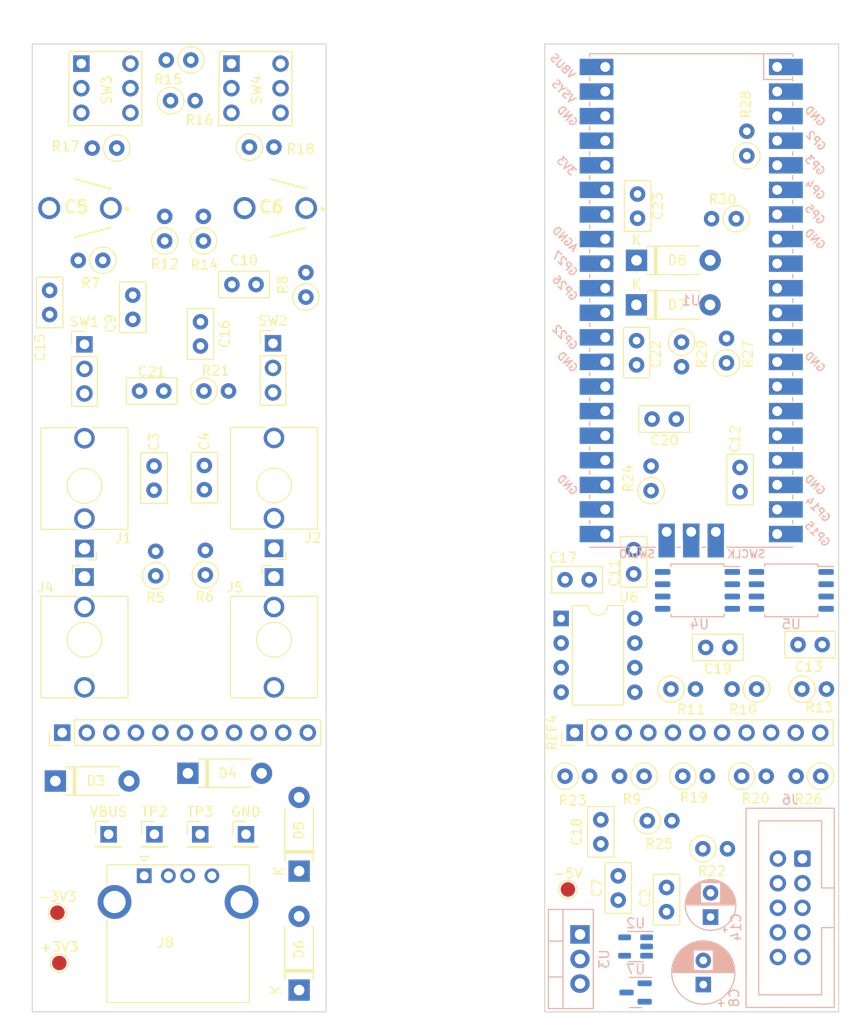
<source format=kicad_pcb>
(kicad_pcb (version 20211014) (generator pcbnew)
  (layers (0 "F.Cu" signal) (31 "B.Cu" signal) (34 "B.Paste" user) (35 "F.Paste" user) (36 "B.SilkS" user "B.Silkscreen") (37 "F.SilkS" user "F.Silkscreen") (38 "B.Mask" user) (39 "F.Mask" user) (44 "Edge.Cuts" user))
  (net 0 "")
  (net 1 "Net-(C3-Pad2)")
  (net 2 "Net-(C12-Pad1)")
  (net 3 "Net-(C4-Pad2)")
  (net 4 "Net-(C13-Pad1)")
  (net 5 "Net-(R15-Pad2)")
  (net 6 "GND")
  (net 7 "Net-(R17-Pad2)")
  (net 8 "GPIO2")
  (net 9 "Net-(R12-Pad2)")
  (net 10 "GPIO3")
  (net 11 "Net-(R16-Pad2)")
  (net 12 "Net-(R18-Pad2)")
  (net 13 "GPIO4")
  (net 14 "Net-(R14-Pad2)")
  (net 15 "GPIO5")
  (net 16 "-3V3")
  (net 17 "-5V")
  (net 18 "+3V3")
  (net 21 "SG_OUT")
  (net 22 "Net-(C20-Pad2)")
  (net 23 "Net-(C12-Pad2)")
  (net 24 "Net-(C13-Pad2)")
  (net 25 "Net-(R11-Pad1)")
  (net 26 "Net-(R13-Pad1)")
  (net 27 "Net-(C19-Pad2)")
  (net 28 "Net-(R25-Pad1)")
  (net 29 "Net-(R26-Pad1)")
  (net 30 "Net-(R27-Pad2)")
  (net 31 "Net-(R28-Pad2)")
  (net 32 "ADC0")
  (net 33 "ADC1")
  (net 34 "+12V")
  (net 35 "+5V")
  (net 38 "Net-(C17-Pad1)")
  (net 39 "Net-(C17-Pad2)")
  (net 66 "CH2")
  (net 67 "CH1")
  (net 71 "Net-(J8-Pad1)")
  (net 72 "Net-(J11-Pad1)")
  (net 73 "Net-(J10-Pad1)")
  (net 75 "Net-(J7-Pad1)")
  (footprint "Capacitor_THT:C_Disc_D5.0mm_W2.5mm_P2.50mm" (layer "F.Cu") (at 167.1 93.4 90)
    (fp_text reference "C22" (at 1.1 2 90) (layer "F.SilkS"))
    (fp_text value "200p")
    (pad "1" thru_hole circle (at 0 0 90) (size 1.6 1.6) (drill 0.8) (layers *.Cu *.Mask) (net 6 "GND"))
    (pad "2" thru_hole circle (at 2.5 0 90) (size 1.6 1.6) (drill 0.8) (layers *.Cu *.Mask) (net 32 "ADC0"))
  )
  (footprint "Resistor_THT:R_Axial_DIN0207_L6.3mm_D2.5mm_P2.54mm_Vertical" (layer "F.Cu") (at 127.055 70.9)
    (fp_text reference "R18" (at 5.295 0.2) (layer "F.SilkS"))
    (fp_text value "1k")
    (pad "1" thru_hole circle (at 0 0) (size 1.6 1.6) (drill 0.8) (layers *.Cu *.Mask) (net 26 "Net-(R13-Pad1)"))
    (pad "2" thru_hole oval (at 2.54 0) (size 1.6 1.6) (drill 0.8) (layers *.Cu *.Mask) (net 12 "Net-(R18-Pad2)"))
  )
  (footprint "Connector_PinHeader_2.54mm:PinHeader_1x03_P2.54mm_Vertical" (layer "F.Cu") (at 129.5 91.175)
    (fp_text reference "SW2" (at 0 -2.33) (layer "F.SilkS"))
    (fp_text value "AC/DCcoupling")
    (pad "1" thru_hole rect (at 0 0) (size 1.7 1.7) (drill 1) (layers *.Cu *.Mask) (net 3 "Net-(C4-Pad2)"))
    (pad "2" thru_hole oval (at 0 2.54) (size 1.7 1.7) (drill 1) (layers *.Cu *.Mask) (net 3 "Net-(C4-Pad2)"))
    (pad "3" thru_hole oval (at 0 5.08) (size 1.7 1.7) (drill 1) (layers *.Cu *.Mask) (net 66 "CH2"))
  )
  (footprint "toggle_dpdt:toggle_dpdt_mod" (layer "F.Cu") (at 125.2 62.275)
    (fp_text reference "SW4" (at 2.6 2.725 90) (layer "F.SilkS"))
    (fp_text value "Switch±30V/±8V/")
    (pad "1" thru_hole rect (at 0 0) (size 1.7 1.7) (drill 1) (layers *.Cu *.Mask) (net 11 "Net-(R16-Pad2)"))
    (pad "2" thru_hole oval (at 5.08 0) (size 1.7 1.7) (drill 1) (layers *.Cu *.Mask) (net 6 "GND"))
    (pad "3" thru_hole oval (at 0 2.54) (size 1.7 1.7) (drill 1) (layers *.Cu *.Mask) (net 12 "Net-(R18-Pad2)"))
    (pad "4" thru_hole oval (at 5.08 2.54) (size 1.7 1.7) (drill 1) (layers *.Cu *.Mask) (net 13 "GPIO4"))
    (pad "5" thru_hole oval (at 0 5.08) (size 1.7 1.7) (drill 1) (layers *.Cu *.Mask) (net 14 "Net-(R14-Pad2)"))
    (pad "6" thru_hole oval (at 5.08 5.08) (size 1.7 1.7) (drill 1) (layers *.Cu *.Mask) (net 15 "GPIO5"))
  )
  (footprint "MountingHole:MountingHole_3.2mm_M3" (layer "F.Cu") (at 172 71.2)
    (fp_text reference "REF2")
    (fp_text value "MountingHole_3.2mm_M3")
    (pad "" np_thru_hole circle (at 0 0) (size 3.2 3.2) (drill 3.2) (layers *.Cu *.Mask))
  )
  (footprint "Capacitor_THT:C_Disc_D5.0mm_W2.5mm_P2.50mm" (layer "F.Cu") (at 176.75 122.6 180)
    (fp_text reference "C19" (at 1.25 -2.2) (layer "F.SilkS"))
    (fp_text value "0.1uF")
    (pad "1" thru_hole circle (at 0 0 180) (size 1.6 1.6) (drill 0.8) (layers *.Cu *.Mask) (net 6 "GND"))
    (pad "2" thru_hole circle (at 2.5 0 180) (size 1.6 1.6) (drill 0.8) (layers *.Cu *.Mask) (net 27 "Net-(C19-Pad2)"))
  )
  (footprint "Capacitor_THT:C_Disc_D5.0mm_W2.5mm_P2.50mm" (layer "F.Cu") (at 170.2 149.9 90)
    (fp_text reference "C2" (at 1.4 -2.2 90) (layer "F.SilkS"))
    (fp_text value "10uF")
    (pad "1" thru_hole circle (at 0 0 90) (size 1.6 1.6) (drill 0.8) (layers *.Cu *.Mask) (net 35 "+5V"))
    (pad "2" thru_hole circle (at 2.5 0 90) (size 1.6 1.6) (drill 0.8) (layers *.Cu *.Mask) (net 6 "GND"))
  )
  (footprint "Diode_THT:D_DO-41_SOD81_P7.62mm_Horizontal" (layer "F.Cu") (at 120.7 135.6)
    (fp_text reference "D4" (at 4.11 0) (layer "F.SilkS"))
    (fp_text value "D_Schottky")
    (pad "1" thru_hole rect (at 0 0) (size 2.2 2.2) (drill 1.1) (layers *.Cu *.Mask) (net 2 "Net-(C12-Pad1)"))
    (pad "2" thru_hole oval (at 7.62 0) (size 2.2 2.2) (drill 1.1) (layers *.Cu *.Mask) (net 16 "-3V3"))
  )
  (footprint "Diode_THT:D_DO-41_SOD81_P7.62mm_Horizontal" (layer "F.Cu") (at 167.08 87.2)
    (fp_text reference "D7" (at 4.22 0) (layer "F.SilkS"))
    (fp_text value "D_Schottky")
    (fp_text user "K" (at 0 -2.1) (layer "F.SilkS"))
    (pad "1" thru_hole rect (at 0 0) (size 2.2 2.2) (drill 1.1) (layers *.Cu *.Mask) (net 32 "ADC0"))
    (pad "2" thru_hole oval (at 7.62 0) (size 2.2 2.2) (drill 1.1) (layers *.Cu *.Mask) (net 6 "GND"))
  )
  (footprint "Capacitor_THT:C_Disc_D5.0mm_W2.5mm_P2.50mm" (layer "F.Cu") (at 115 88.7 90)
    (fp_text reference "C9" (at -0.45 -2.3 90) (layer "F.SilkS"))
    (fp_text value "0.1uF")
    (pad "1" thru_hole circle (at 0 0 90) (size 1.6 1.6) (drill 0.8) (layers *.Cu *.Mask) (net 6 "GND"))
    (pad "2" thru_hole circle (at 2.5 0 90) (size 1.6 1.6) (drill 0.8) (layers *.Cu *.Mask) (net 18 "+3V3"))
  )
  (footprint "Resistor_THT:R_Axial_DIN0207_L6.3mm_D2.5mm_P2.54mm_Vertical" (layer "F.Cu") (at 173.955 143.4)
    (fp_text reference "R22" (at 0.945 2.3) (layer "F.SilkS"))
    (fp_text value "1k")
    (pad "1" thru_hole circle (at 0 0) (size 1.6 1.6) (drill 0.8) (layers *.Cu *.Mask) (net 27 "Net-(C19-Pad2)"))
    (pad "2" thru_hole oval (at 2.54 0) (size 1.6 1.6) (drill 0.8) (layers *.Cu *.Mask) (net 6 "GND"))
  )
  (footprint "TestPoint:TestPoint_Pad_D1.5mm" (layer "F.Cu") (at 107.4 155.2)
    (fp_text reference "+3V3" (at 0 -1.648) (layer "F.SilkS"))
    (fp_text value "TestPoint_+3V3")
    (pad "1" smd circle (at 0 0) (size 1.5 1.5) (layers "F.Cu" "F.Mask") (net 18 "+3V3"))
  )
  (footprint "Resistor_THT:R_Axial_DIN0207_L6.3mm_D2.5mm_P2.54mm_Vertical" (layer "F.Cu") (at 171.75 91.055 -90)
    (fp_text reference "R29" (at 1.245 -2.1 90) (layer "F.SilkS"))
    (fp_text value "2.7k")
    (pad "1" thru_hole circle (at 0 0 270) (size 1.6 1.6) (drill 0.8) (layers *.Cu *.Mask) (net 32 "ADC0"))
    (pad "2" thru_hole oval (at 2.54 0 270) (size 1.6 1.6) (drill 0.8) (layers *.Cu *.Mask) (net 30 "Net-(R27-Pad2)"))
  )
  (footprint "Resistor_THT:R_Axial_DIN0207_L6.3mm_D2.5mm_P2.54mm_Vertical" (layer "F.Cu") (at 113.34 71 180)
    (fp_text reference "R17" (at 5.3 0.2) (layer "F.SilkS"))
    (fp_text value "1k")
    (pad "1" thru_hole circle (at 0 0 180) (size 1.6 1.6) (drill 0.8) (layers *.Cu *.Mask) (net 25 "Net-(R11-Pad1)"))
    (pad "2" thru_hole oval (at 2.54 0 180) (size 1.6 1.6) (drill 0.8) (layers *.Cu *.Mask) (net 7 "Net-(R17-Pad2)"))
  )
  (footprint "Resistor_THT:R_Axial_DIN0207_L6.3mm_D2.5mm_P2.54mm_Vertical" (layer "F.Cu") (at 178.5 71.8 90)
    (fp_text reference "R28" (at 5.3 -0.1 90) (layer "F.SilkS"))
    (fp_text value "220k")
    (pad "1" thru_hole circle (at 0 0 90) (size 1.6 1.6) (drill 0.8) (layers *.Cu *.Mask) (net 29 "Net-(R26-Pad1)"))
    (pad "2" thru_hole oval (at 2.54 0 90) (size 1.6 1.6) (drill 0.8) (layers *.Cu *.Mask) (net 31 "Net-(R28-Pad2)"))
  )
  (footprint "Resistor_THT:R_Axial_DIN0207_L6.3mm_D2.5mm_P2.54mm_Vertical" (layer "F.Cu") (at 121 61.9 180)
    (fp_text reference "R15" (at 2.35 -2) (layer "F.SilkS"))
    (fp_text value "180R")
    (pad "1" thru_hole circle (at 0 0 180) (size 1.6 1.6) (drill 0.8) (layers *.Cu *.Mask) (net 25 "Net-(R11-Pad1)"))
    (pad "2" thru_hole oval (at 2.54 0 180) (size 1.6 1.6) (drill 0.8) (layers *.Cu *.Mask) (net 5 "Net-(R15-Pad2)"))
  )
  (footprint "toggle_dpdt:toggle_dpdt_mod" (layer "F.Cu") (at 109.675 62.275)
    (fp_text reference "SW3" (at 2.625 2.725 90) (layer "F.SilkS"))
    (fp_text value "Switch±30V/±8V/")
    (pad "1" thru_hole rect (at 0 0) (size 1.7 1.7) (drill 1) (layers *.Cu *.Mask) (net 5 "Net-(R15-Pad2)"))
    (pad "2" thru_hole oval (at 5.08 0) (size 1.7 1.7) (drill 1) (layers *.Cu *.Mask) (net 6 "GND"))
    (pad "3" thru_hole oval (at 0 2.54) (size 1.7 1.7) (drill 1) (layers *.Cu *.Mask) (net 7 "Net-(R17-Pad2)"))
    (pad "4" thru_hole oval (at 5.08 2.54) (size 1.7 1.7) (drill 1) (layers *.Cu *.Mask) (net 8 "GPIO2"))
    (pad "5" thru_hole oval (at 0 5.08) (size 1.7 1.7) (drill 1) (layers *.Cu *.Mask) (net 9 "Net-(R12-Pad2)"))
    (pad "6" thru_hole oval (at 5.08 5.08) (size 1.7 1.7) (drill 1) (layers *.Cu *.Mask) (net 10 "GPIO3"))
  )
  (footprint "Connector_PinHeader_2.54mm:PinHeader_1x11_P2.54mm_Vertical" (layer "F.Cu") (at 160.7 131.4 90)
    (fp_text reference "REF4" (at 0 -2.33 90) (layer "F.SilkS"))
    (fp_text value "PinHeader_1x11_P2.54mm_Vertical")
    (pad "1" thru_hole rect (at 0 0 90) (size 1.7 1.7) (drill 1) (layers *.Cu *.Mask) (net 6 "GND"))
    (pad "2" thru_hole oval (at 0 2.54 90) (size 1.7 1.7) (drill 1) (layers *.Cu *.Mask) (net 18 "+3V3"))
    (pad "3" thru_hole oval (at 0 5.08 90) (size 1.7 1.7) (drill 1) (layers *.Cu *.Mask) (net 16 "-3V3"))
    (pad "4" thru_hole oval (at 0 7.62 90) (size 1.7 1.7) (drill 1) (layers *.Cu *.Mask) (net 2 "Net-(C12-Pad1)"))
    (pad "5" thru_hole oval (at 0 10.16 90) (size 1.7 1.7) (drill 1) (layers *.Cu *.Mask) (net 27 "Net-(C19-Pad2)"))
    (pad "6" thru_hole oval (at 0 12.7 90) (size 1.7 1.7) (drill 1) (layers *.Cu *.Mask) (net 8 "GPIO2"))
    (pad "7" thru_hole oval (at 0 15.24 90) (size 1.7 1.7) (drill 1) (layers *.Cu *.Mask) (net 10 "GPIO3"))
    (pad "8" thru_hole oval (at 0 17.78 90) (size 1.7 1.7) (drill 1) (layers *.Cu *.Mask) (net 13 "GPIO4"))
    (pad "9" thru_hole oval (at 0 20.32 90) (size 1.7 1.7) (drill 1) (layers *.Cu *.Mask) (net 15 "GPIO5"))
    (pad "10" thru_hole oval (at 0 22.86 90) (size 1.7 1.7) (drill 1) (layers *.Cu *.Mask) (net 25 "Net-(R11-Pad1)"))
    (pad "11" thru_hole oval (at 0 25.4 90) (size 1.7 1.7) (drill 1) (layers *.Cu *.Mask) (net 4 "Net-(C13-Pad1)"))
  )
  (footprint "Resistor_THT:R_Axial_DIN0207_L6.3mm_D2.5mm_P2.54mm_Vertical" (layer "F.Cu") (at 118.905 66.1)
    (fp_text reference "R16" (at 2.995 2) (layer "F.SilkS"))
    (fp_text value "180R")
    (pad "1" thru_hole circle (at 0 0) (size 1.6 1.6) (drill 0.8) (layers *.Cu *.Mask) (net 26 "Net-(R13-Pad1)"))
    (pad "2" thru_hole oval (at 2.54 0) (size 1.6 1.6) (drill 0.8) (layers *.Cu *.Mask) (net 11 "Net-(R16-Pad2)"))
  )
  (footprint "Connector_Audio:Jack_3.5mm_QingPu_WQP-PJ398SM_Vertical_CircularHoles" (layer "F.Cu") (at 110 112.38 180)
    (fp_text reference "J1" (at -4.03 1.08) (layer "F.SilkS"))
    (fp_text value "CH1")
    (pad "S" thru_hole rect (at 0 0) (size 1.93 1.83) (drill 1.22) (layers *.Cu *.Mask) (net 6 "GND"))
    (pad "T" thru_hole circle (at 0 11.4) (size 2.13 2.13) (drill 1.43) (layers *.Cu *.Mask) (net 67 "CH1"))
    (pad "TN" thru_hole circle (at 0 3.1) (size 2.13 2.13) (drill 1.42) (layers *.Cu *.Mask))
  )
  (footprint "Capacitor_THT:C_Disc_D5.0mm_W2.5mm_P2.50mm" (layer "F.Cu") (at 177.8 106.5 90)
    (fp_text reference "C12" (at 5.45 -0.5 90) (layer "F.SilkS"))
    (fp_text value "200p")
    (pad "1" thru_hole circle (at 0 0 90) (size 1.6 1.6) (drill 0.8) (layers *.Cu *.Mask) (net 2 "Net-(C12-Pad1)"))
    (pad "2" thru_hole circle (at 2.5 0 90) (size 1.6 1.6) (drill 0.8) (layers *.Cu *.Mask) (net 23 "Net-(C12-Pad2)"))
  )
  (footprint "Capacitor_THT:C_Disc_D5.0mm_W2.5mm_P2.50mm" (layer "F.Cu") (at 183.8 122.3)
    (fp_text reference "C13" (at 1.1 2.3) (layer "F.SilkS"))
    (fp_text value "200p")
    (pad "1" thru_hole circle (at 0 0) (size 1.6 1.6) (drill 0.8) (layers *.Cu *.Mask) (net 4 "Net-(C13-Pad1)"))
    (pad "2" thru_hole circle (at 2.5 0) (size 1.6 1.6) (drill 0.8) (layers *.Cu *.Mask) (net 24 "Net-(C13-Pad2)"))
  )
  (footprint "Connector_PinHeader_2.54mm:PinHeader_1x01_P2.54mm_Vertical" (layer "F.Cu") (at 112.5 141.9)
    (fp_text reference "VBUS" (at 0 -2.33) (layer "F.SilkS"))
    (fp_text value "VBUS")
    (pad "1" thru_hole rect (at 0 0) (size 1.7 1.7) (drill 1) (layers *.Cu *.Mask) (net 71 "Net-(J8-Pad1)"))
  )
  (footprint "Resistor_THT:R_Axial_DIN0207_L6.3mm_D2.5mm_P2.54mm_Vertical" (layer "F.Cu") (at 179.5175 126.9 180)
    (fp_text reference "R10" (at 1.393332 -2.1) (layer "F.SilkS"))
    (fp_text value "100k")
    (pad "1" thru_hole circle (at 0 0 180) (size 1.6 1.6) (drill 0.8) (layers *.Cu *.Mask) (net 24 "Net-(C13-Pad2)"))
    (pad "2" thru_hole oval (at 2.54 0 180) (size 1.6 1.6) (drill 0.8) (layers *.Cu *.Mask) (net 4 "Net-(C13-Pad1)"))
  )
  (footprint "Capacitor_THT:C_Disc_D5.0mm_W2.5mm_P2.50mm" (layer "F.Cu") (at 168.7 99)
    (fp_text reference "C20" (at 1.3 2.2) (layer "F.SilkS"))
    (fp_text value "0.1uF")
    (pad "1" thru_hole circle (at 0 0) (size 1.6 1.6) (drill 0.8) (layers *.Cu *.Mask) (net 6 "GND"))
    (pad "2" thru_hole circle (at 2.5 0) (size 1.6 1.6) (drill 0.8) (layers *.Cu *.Mask) (net 22 "Net-(C20-Pad2)"))
  )
  (footprint "TestPoint:TestPoint_Pad_D1.5mm" (layer "F.Cu") (at 160 147.6)
    (fp_text reference "-5V" (at 0 -1.648) (layer "F.SilkS"))
    (fp_text value "TestPoint_-5V")
    (pad "1" smd circle (at 0 0) (size 1.5 1.5) (layers "F.Cu" "F.Mask") (net 17 "-5V"))
  )
  (footprint "Resistor_THT:R_Axial_DIN0207_L6.3mm_D2.5mm_P2.54mm_Vertical" (layer "F.Cu") (at 117.366667 115.2 90)
    (fp_text reference "R5" (at -2.26 0 180) (layer "F.SilkS"))
    (fp_text value "1M")
    (pad "1" thru_hole circle (at 0 0 90) (size 1.6 1.6) (drill 0.8) (layers *.Cu *.Mask) (net 1 "Net-(C3-Pad2)"))
    (pad "2" thru_hole oval (at 2.54 0 90) (size 1.6 1.6) (drill 0.8) (layers *.Cu *.Mask) (net 2 "Net-(C12-Pad1)"))
  )
  (footprint "Resistor_THT:R_Axial_DIN0207_L6.3mm_D2.5mm_P2.54mm_Vertical" (layer "F.Cu") (at 171.8775 135.9)
    (fp_text reference "R19" (at 1.14 2.2) (layer "F.SilkS"))
    (fp_text value "220k")
    (pad "1" thru_hole circle (at 0 0) (size 1.6 1.6) (drill 0.8) (layers *.Cu *.Mask) (net 25 "Net-(R11-Pad1)"))
    (pad "2" thru_hole oval (at 2.54 0) (size 1.6 1.6) (drill 0.8) (layers *.Cu *.Mask) (net 6 "GND"))
  )
  (footprint "Capacitor_THT:C_Disc_D5.0mm_W2.5mm_P2.50mm" (layer "F.Cu") (at 163.4 142.9 90)
    (fp_text reference "C18" (at 1.25 -2.5 90) (layer "F.SilkS"))
    (fp_text value "10uF")
    (pad "1" thru_hole circle (at 0 0 90) (size 1.6 1.6) (drill 0.8) (layers *.Cu *.Mask) (net 17 "-5V"))
    (pad "2" thru_hole circle (at 2.5 0 90) (size 1.6 1.6) (drill 0.8) (layers *.Cu *.Mask) (net 6 "GND"))
  )
  (footprint "Capacitor_THT:C_Disc_D5.0mm_W2.5mm_P2.50mm" (layer "F.Cu") (at 118.2 96.1 180)
    (fp_text reference "C21" (at 1.245 2) (layer "F.SilkS"))
    (fp_text value "10uF")
    (pad "1" thru_hole circle (at 0 0 180) (size 1.6 1.6) (drill 0.8) (layers *.Cu *.Mask) (net 16 "-3V3"))
    (pad "2" thru_hole circle (at 2.5 0 180) (size 1.6 1.6) (drill 0.8) (layers *.Cu *.Mask) (net 6 "GND"))
  )
  (footprint "Connector_PinHeader_2.54mm:PinHeader_1x11_P2.54mm_Vertical" (layer "F.Cu") (at 107.7 131.4 90)
    (fp_text reference "REF5")
    (fp_text value "PinHeader_1x11_P2.54mm_Vertical")
    (pad "1" thru_hole rect (at 0 0 90) (size 1.7 1.7) (drill 1) (layers *.Cu *.Mask) (net 6 "GND"))
    (pad "2" thru_hole oval (at 0 2.54 90) (size 1.7 1.7) (drill 1) (layers *.Cu *.Mask) (net 18 "+3V3"))
    (pad "3" thru_hole oval (at 0 5.08 90) (size 1.7 1.7) (drill 1) (layers *.Cu *.Mask) (net 16 "-3V3"))
    (pad "4" thru_hole oval (at 0 7.62 90) (size 1.7 1.7) (drill 1) (layers *.Cu *.Mask) (net 2 "Net-(C12-Pad1)"))
    (pad "5" thru_hole oval (at 0 10.16 90) (size 1.7 1.7) (drill 1) (layers *.Cu *.Mask) (net 27 "Net-(C19-Pad2)"))
    (pad "6" thru_hole oval (at 0 12.7 90) (size 1.7 1.7) (drill 1) (layers *.Cu *.Mask) (net 8 "GPIO2"))
    (pad "7" thru_hole oval (at 0 15.24 90) (size 1.7 1.7) (drill 1) (layers *.Cu *.Mask) (net 10 "GPIO3"))
    (pad "8" thru_hole oval (at 0 17.78 90) (size 1.7 1.7) (drill 1) (layers *.Cu *.Mask) (net 13 "GPIO4"))
    (pad "9" thru_hole oval (at 0 20.32 90) (size 1.7 1.7) (drill 1) (layers *.Cu *.Mask) (net 15 "GPIO5"))
    (pad "10" thru_hole oval (at 0 22.86 90) (size 1.7 1.7) (drill 1) (layers *.Cu *.Mask) (net 25 "Net-(R11-Pad1)"))
    (pad "11" thru_hole oval (at 0 25.4 90) (size 1.7 1.7) (drill 1) (layers *.Cu *.Mask) (net 4 "Net-(C13-Pad1)"))
  )
  (footprint "Capacitor_THT:C_Disc_D5.0mm_W2.5mm_P2.50mm" (layer "F.Cu") (at 117.2 106.35 90)
    (fp_text reference "C3" (at 5 0 90) (layer "F.SilkS"))
    (fp_text value "0.1uF")
    (pad "1" thru_hole circle (at 0 0 90) (size 1.6 1.6) (drill 0.8) (layers *.Cu *.Mask) (net 67 "CH1"))
    (pad "2" thru_hole circle (at 2.5 0 90) (size 1.6 1.6) (drill 0.8) (layers *.Cu *.Mask) (net 1 "Net-(C3-Pad2)"))
  )
  (footprint "Resistor_THT:R_Axial_DIN0207_L6.3mm_D2.5mm_P2.54mm_Vertical" (layer "F.Cu") (at 184.2 126.9)
    (fp_text reference "R13" (at 1.8 1.9) (layer "F.SilkS"))
    (fp_text value "2.7k")
    (pad "1" thru_hole circle (at 0 0) (size 1.6 1.6) (drill 0.8) (layers *.Cu *.Mask) (net 26 "Net-(R13-Pad1)"))
    (pad "2" thru_hole oval (at 2.54 0) (size 1.6 1.6) (drill 0.8) (layers *.Cu *.Mask) (net 24 "Net-(C13-Pad2)"))
  )
  (footprint "Resistor_THT:R_Axial_DIN0207_L6.3mm_D2.5mm_P2.54mm_Vertical" (layer "F.Cu") (at 118.3 80.6 90)
    (fp_text reference "R12" (at -2.4 0 180) (layer "F.SilkS"))
    (fp_text value "15k")
    (pad "1" thru_hole circle (at 0 0 90) (size 1.6 1.6) (drill 0.8) (layers *.Cu *.Mask) (net 18 "+3V3"))
    (pad "2" thru_hole oval (at 2.54 0 90) (size 1.6 1.6) (drill 0.8) (layers *.Cu *.Mask) (net 9 "Net-(R12-Pad2)"))
  )
  (footprint "Connector_PinHeader_2.54mm:PinHeader_1x01_P2.54mm_Vertical" (layer "F.Cu") (at 117.233333 141.9)
    (fp_text reference "TP2" (at 0 -2.33) (layer "F.SilkS"))
    (fp_text value "TP2")
    (pad "1" thru_hole rect (at 0 0) (size 1.7 1.7) (drill 1) (layers *.Cu *.Mask) (net 72 "Net-(J11-Pad1)"))
  )
  (footprint "Capacitor_THT:C_Disc_D5.0mm_W2.5mm_P2.50mm" (layer "F.Cu") (at 165.2 148.7 90)
    (fp_text reference "C7" (at 1.25 -2.2 90) (layer "F.SilkS"))
    (fp_text value "10uF")
    (pad "1" thru_hole circle (at 0 0 90) (size 1.6 1.6) (drill 0.8) (layers *.Cu *.Mask) (net 18 "+3V3"))
    (pad "2" thru_hole circle (at 2.5 0 90) (size 1.6 1.6) (drill 0.8) (layers *.Cu *.Mask) (net 6 "GND"))
  )
  (footprint "Capacitor_THT:C_Disc_D5.0mm_W2.5mm_P2.50mm" (layer "F.Cu") (at 167.2 75.75 -90)
    (fp_text reference "C23" (at 1.25 -2.1 90) (layer "F.SilkS"))
    (fp_text value "200p")
    (pad "1" thru_hole circle (at 0 0 270) (size 1.6 1.6) (drill 0.8) (layers *.Cu *.Mask) (net 6 "GND"))
    (pad "2" thru_hole circle (at 2.5 0 270) (size 1.6 1.6) (drill 0.8) (layers *.Cu *.Mask) (net 33 "ADC1"))
  )
  (footprint "Capacitor_THT:C_Disc_D5.0mm_W2.5mm_P2.50mm" (layer "F.Cu") (at 122 88.95 -90)
    (fp_text reference "C16" (at 1.25 -2.5 90) (layer "F.SilkS"))
    (fp_text value "0.1uF")
    (pad "1" thru_hole circle (at 0 0 270) (size 1.6 1.6) (drill 0.8) (layers *.Cu *.Mask) (net 6 "GND"))
    (pad "2" thru_hole circle (at 2.5 0 270) (size 1.6 1.6) (drill 0.8) (layers *.Cu *.Mask) (net 16 "-3V3"))
  )
  (footprint "Resistor_THT:R_Axial_DIN0207_L6.3mm_D2.5mm_P2.54mm_Vertical" (layer "F.Cu") (at 122.5 115.1 90)
    (fp_text reference "R6" (at -2.26 -0.066666 180) (layer "F.SilkS"))
    (fp_text value "1M")
    (pad "1" thru_hole circle (at 0 0 90) (size 1.6 1.6) (drill 0.8) (layers *.Cu *.Mask) (net 3 "Net-(C4-Pad2)"))
    (pad "2" thru_hole oval (at 2.54 0 90) (size 1.6 1.6) (drill 0.8) (layers *.Cu *.Mask) (net 4 "Net-(C13-Pad1)"))
  )
  (footprint "Package_DIP:DIP-8_W7.62mm" (layer "F.Cu") (at 159.3 119.6)
    (fp_text reference "U6" (at 7 -2.18) (layer "F.SilkS"))
    (fp_text value "ICL7660")
    (pad "1" thru_hole rect (at 0 0) (size 1.6 1.6) (drill 0.8) (layers *.Cu *.Mask))
    (pad "2" thru_hole oval (at 0 2.54) (size 1.6 1.6) (drill 0.8) (layers *.Cu *.Mask) (net 38 "Net-(C17-Pad1)"))
    (pad "3" thru_hole oval (at 0 5.08) (size 1.6 1.6) (drill 0.8) (layers *.Cu *.Mask) (net 6 "GND"))
    (pad "4" thru_hole oval (at 0 7.62) (size 1.6 1.6) (drill 0.8) (layers *.Cu *.Mask) (net 39 "Net-(C17-Pad2)"))
    (pad "5" thru_hole oval (at 7.62 7.62) (size 1.6 1.6) (drill 0.8) (layers *.Cu *.Mask) (net 17 "-5V"))
    (pad "6" thru_hole oval (at 7.62 5.08) (size 1.6 1.6) (drill 0.8) (layers *.Cu *.Mask))
    (pad "7" thru_hole oval (at 7.62 2.54) (size 1.6 1.6) (drill 0.8) (layers *.Cu *.Mask))
    (pad "8" thru_hole oval (at 7.62 0) (size 1.6 1.6) (drill 0.8) (layers *.Cu *.Mask) (net 35 "+5V"))
  )
  (footprint "Connector_USB:USB_A_CONNFLY_DS1095-WNR0" (layer "F.Cu") (at 116.18 146.185)
    (fp_text reference "J8" (at 2.22 6.915) (layer "F.SilkS"))
    (fp_text value "USB_A")
    (pad "1" thru_hole rect (at 0 0) (size 1.524 1.524) (drill 0.92) (layers *.Cu *.Mask) (net 71 "Net-(J8-Pad1)"))
    (pad "2" thru_hole circle (at 2.5 0) (size 1.524 1.524) (drill 0.92) (layers *.Cu *.Mask) (net 72 "Net-(J11-Pad1)"))
    (pad "3" thru_hole circle (at 4.5 0) (size 1.524 1.524) (drill 0.92) (layers *.Cu *.Mask) (net 73 "Net-(J10-Pad1)"))
    (pad "4" thru_hole circle (at 7 0) (size 1.524 1.524) (drill 0.92) (layers *.Cu *.Mask))
    (pad "5" thru_hole circle (at 10.07 2.71) (size 3.5 3.5) (drill 2.3) (layers *.Cu *.Mask) (net 75 "Net-(J7-Pad1)"))
    (pad "5" thru_hole circle (at -3.07 2.71) (size 3.5 3.5) (drill 2.3) (layers *.Cu *.Mask) (net 75 "Net-(J7-Pad1)"))
  )
  (footprint "TestPoint:TestPoint_Pad_D1.5mm" (layer "F.Cu") (at 107.2 150)
    (fp_text reference "-3V3" (at 0 -1.648) (layer "F.SilkS"))
    (fp_text value "TestPoint_-3V3")
    (pad "1" smd circle (at 0 0) (size 1.5 1.5) (layers "F.Cu" "F.Mask") (net 16 "-3V3"))
  )
  (footprint "Connector_PinHeader_2.54mm:PinHeader_1x01_P2.54mm_Vertical" (layer "F.Cu") (at 126.7 141.9)
    (fp_text reference "GND" (at 0 -2.33) (layer "F.SilkS"))
    (fp_text value "GND")
    (pad "1" thru_hole rect (at 0 0) (size 1.7 1.7) (drill 1) (layers *.Cu *.Mask) (net 75 "Net-(J7-Pad1)"))
  )
  (footprint "Capacitor_THT:C_Disc_D5.0mm_W2.5mm_P2.50mm" (layer "F.Cu") (at 166.8 112.5 -90)
    (fp_text reference "C11" (at 2.4 2 90) (layer "F.SilkS"))
    (fp_text value "10uF")
    (pad "1" thru_hole circle (at 0 0 270) (size 1.6 1.6) (drill 0.8) (layers *.Cu *.Mask) (net 35 "+5V"))
    (pad "2" thru_hole circle (at 2.5 0 270) (size 1.6 1.6) (drill 0.8) (layers *.Cu *.Mask) (net 6 "GND"))
  )
  (footprint "MountingHole:MountingHole_3.2mm_M3" (layer "F.Cu") (at 118.9 71.2)
    (fp_text reference "REF1")
    (fp_text value "MountingHole_3.2mm_M3")
    (pad "" np_thru_hole circle (at 0 0) (size 3.2 3.2) (drill 3.2) (layers *.Cu *.Mask))
  )
  (footprint "Capacitor_THT:C_Disc_D5.0mm_W2.5mm_P2.50mm" (layer "F.Cu") (at 159.7 115.6)
    (fp_text reference "C17" (at -0.2 -2.3) (layer "F.SilkS"))
    (fp_text value "10uF")
    (pad "1" thru_hole circle (at 0 0) (size 1.6 1.6) (drill 0.8) (layers *.Cu *.Mask) (net 38 "Net-(C17-Pad1)"))
    (pad "2" thru_hole circle (at 2.5 0) (size 1.6 1.6) (drill 0.8) (layers *.Cu *.Mask) (net 39 "Net-(C17-Pad2)"))
  )
  (footprint "Connector_Audio:Jack_3.5mm_QingPu_WQP-PJ398SM_Vertical_CircularHoles" (layer "F.Cu") (at 110 115.32)
    (fp_text reference "J4" (at -4.03 1.08 180) (layer "F.SilkS"))
    (fp_text value "CH1_Through")
    (pad "S" thru_hole rect (at 0 0 180) (size 1.93 1.83) (drill 1.22) (layers *.Cu *.Mask) (net 6 "GND"))
    (pad "T" thru_hole circle (at 0 11.4 180) (size 2.13 2.13) (drill 1.43) (layers *.Cu *.Mask) (net 67 "CH1"))
    (pad "TN" thru_hole circle (at 0 3.1 180) (size 2.13 2.13) (drill 1.42) (layers *.Cu *.Mask))
  )
  (footprint "Diode_THT:D_DO-41_SOD81_P7.62mm_Horizontal" (layer "F.Cu") (at 106.99 136.4)
    (fp_text reference "D3" (at 4.2 0) (layer "F.SilkS"))
    (fp_text value "D_Schottky")
    (pad "1" thru_hole rect (at 0 0) (size 2.2 2.2) (drill 1.1) (layers *.Cu *.Mask) (net 18 "+3V3"))
    (pad "2" thru_hole oval (at 7.62 0) (size 2.2 2.2) (drill 1.1) (layers *.Cu *.Mask) (net 2 "Net-(C12-Pad1)"))
  )
  (footprint "Diode_THT:D_DO-41_SOD81_P7.62mm_Horizontal" (layer "F.Cu") (at 132.2 158 90)
    (fp_text reference "D6" (at 4.21 0 90) (layer "F.SilkS"))
    (fp_text value "D_Schottky")
    (fp_text user "K" (at 0.01 -2.4 90) (layer "F.SilkS"))
    (pad "1" thru_hole rect (at 0 0 90) (size 2.2 2.2) (drill 1.1) (layers *.Cu *.Mask) (net 4 "Net-(C13-Pad1)"))
    (pad "2" thru_hole oval (at 7.62 0 90) (size 2.2 2.2) (drill 1.1) (layers *.Cu *.Mask) (net 16 "-3V3"))
  )
  (footprint "Capacitor_THT:C_Disc_D5.0mm_W2.5mm_P2.50mm" (layer "F.Cu") (at 125.25 85.1)
    (fp_text reference "C10" (at 1.25 -2.5) (layer "F.SilkS"))
    (fp_text value "0.1uF")
    (pad "1" thru_hole circle (at 0 0) (size 1.6 1.6) (drill 0.8) (layers *.Cu *.Mask) (net 6 "GND"))
    (pad "2" thru_hole circle (at 2.5 0) (size 1.6 1.6) (drill 0.8) (layers *.Cu *.Mask) (net 18 "+3V3"))
  )
  (footprint "Resistor_THT:R_Axial_DIN0207_L6.3mm_D2.5mm_P2.54mm_Vertical" (layer "F.Cu") (at 168.6 106.4 90)
    (fp_text reference "R24" (at 1.27 -2.37 90) (layer "F.SilkS"))
    (fp_text value "1k")
    (pad "1" thru_hole circle (at 0 0 90) (size 1.6 1.6) (drill 0.8) (layers *.Cu *.Mask) (net 22 "Net-(C20-Pad2)"))
    (pad "2" thru_hole oval (at 2.54 0 90) (size 1.6 1.6) (drill 0.8) (layers *.Cu *.Mask) (net 6 "GND"))
  )
  (footprint "Capacitor_THT:C_Disc_D5.0mm_W2.5mm_P2.50mm" (layer "F.Cu") (at 106.4 85.7 -90)
    (fp_text reference "C15" (at 5.9 1 90) (layer "F.SilkS"))
    (fp_text value "0.1uF")
    (pad "1" thru_hole circle (at 0 0 270) (size 1.6 1.6) (drill 0.8) (layers *.Cu *.Mask) (net 6 "GND"))
    (pad "2" thru_hole circle (at 2.5 0 270) (size 1.6 1.6) (drill 0.8) (layers *.Cu *.Mask) (net 16 "-3V3"))
  )
  (footprint "Connector_PinHeader_2.54mm:PinHeader_1x03_P2.54mm_Vertical" (layer "F.Cu") (at 110 91.275)
    (fp_text reference "SW1" (at 0 -2.33) (layer "F.SilkS"))
    (fp_text value "AC/DCcoupling")
    (pad "1" thru_hole rect (at 0 0) (size 1.7 1.7) (drill 1) (layers *.Cu *.Mask) (net 1 "Net-(C3-Pad2)"))
    (pad "2" thru_hole oval (at 0 2.54) (size 1.7 1.7) (drill 1) (layers *.Cu *.Mask) (net 1 "Net-(C3-Pad2)"))
    (pad "3" thru_hole oval (at 0 5.08) (size 1.7 1.7) (drill 1) (layers *.Cu *.Mask) (net 67 "CH1"))
  )
  (footprint "Diode_THT:D_DO-41_SOD81_P7.62mm_Horizontal" (layer "F.Cu") (at 167.09 82.6)
    (fp_text reference "D8" (at 4.21 0) (layer "F.SilkS"))
    (fp_text value "D_Schottky")
    (fp_text user "K" (at 0 -2.1) (layer "F.SilkS"))
    (pad "1" thru_hole rect (at 0 0) (size 2.2 2.2) (drill 1.1) (layers *.Cu *.Mask) (net 33 "ADC1"))
    (pad "2" thru_hole oval (at 7.62 0) (size 2.2 2.2) (drill 1.1) (layers *.Cu *.Mask) (net 6 "GND"))
  )
  (footprint "Resistor_THT:R_Axial_DIN0207_L6.3mm_D2.5mm_P2.54mm_Vertical" (layer "F.Cu") (at 176.4 93.2 90)
    (fp_text reference "R27" (at 0.9 2.2 90) (layer "F.SilkS"))
    (fp_text value "220k")
    (pad "1" thru_hole circle (at 0 0 90) (size 1.6 1.6) (drill 0.8) (layers *.Cu *.Mask) (net 28 "Net-(R25-Pad1)"))
    (pad "2" thru_hole oval (at 2.54 0 90) (size 1.6 1.6) (drill 0.8) (layers *.Cu *.Mask) (net 30 "Net-(R27-Pad2)"))
  )
  (footprint "Resistor_THT:R_Axial_DIN0207_L6.3mm_D2.5mm_P2.54mm_Vertical" (layer "F.Cu") (at 170.655 126.9)
    (fp_text reference "R11" (at 2.088334 2.1) (layer "F.SilkS"))
    (fp_text value "2.7k")
    (pad "1" thru_hole circle (at 0 0) (size 1.6 1.6) (drill 0.8) (layers *.Cu *.Mask) (net 25 "Net-(R11-Pad1)"))
    (pad "2" thru_hole oval (at 2.54 0) (size 1.6 1.6) (drill 0.8) (layers *.Cu *.Mask) (net 23 "Net-(C12-Pad2)"))
  )
  (footprint "Resistor_THT:R_Axial_DIN0207_L6.3mm_D2.5mm_P2.54mm_Vertical" (layer "F.Cu") (at 132.9 86.4 90)
    (fp_text reference "R8" (at 1.27 -2.37 90) (layer "F.SilkS"))
    (fp_text value "100k")
    (pad "1" thru_hole circle (at 0 0 90) (size 1.6 1.6) (drill 0.8) (layers *.Cu *.Mask) (net 6 "GND"))
    (pad "2" thru_hole oval (at 2.54 0 90) (size 1.6 1.6) (drill 0.8) (layers *.Cu *.Mask) (net 4 "Net-(C13-Pad1)"))
  )
  (footprint "Connector_Audio:Jack_3.5mm_QingPu_WQP-PJ398SM_Vertical_CircularHoles" (layer "F.Cu") (at 129.6 112.35 180)
    (fp_text reference "J2" (at -4.03 1.08) (layer "F.SilkS"))
    (fp_text value "CH2")
    (pad "S" thru_hole rect (at 0 0) (size 1.93 1.83) (drill 1.22) (layers *.Cu *.Mask) (net 6 "GND"))
    (pad "T" thru_hole circle (at 0 11.4) (size 2.13 2.13) (drill 1.43) (layers *.Cu *.Mask) (net 66 "CH2"))
    (pad "TN" thru_hole circle (at 0 3.1) (size 2.13 2.13) (drill 1.42) (layers *.Cu *.Mask))
  )
  (footprint "Resistor_THT:R_Axial_DIN0207_L6.3mm_D2.5mm_P2.54mm_Vertical" (layer "F.Cu") (at 159.7 135.9)
    (fp_text reference "R23" (at 0.8 2.5) (layer "F.SilkS"))
    (fp_text value "15k")
    (pad "1" thru_hole circle (at 0 0) (size 1.6 1.6) (drill 0.8) (layers *.Cu *.Mask) (net 18 "+3V3"))
    (pad "2" thru_hole oval (at 2.54 0) (size 1.6 1.6) (drill 0.8) (layers *.Cu *.Mask) (net 22 "Net-(C20-Pad2)"))
  )
  (footprint "Resistor_THT:R_Axial_DIN0207_L6.3mm_D2.5mm_P2.54mm_Vertical" (layer "F.Cu") (at 111.9 82.6 180)
    (fp_text reference "R7" (at 1.27 -2.37) (layer "F.SilkS"))
    (fp_text value "100k")
    (pad "1" thru_hole circle (at 0 0 180) (size 1.6 1.6) (drill 0.8) (layers *.Cu *.Mask) (net 6 "GND"))
    (pad "2" thru_hole oval (at 2.54 0 180) (size 1.6 1.6) (drill 0.8) (layers *.Cu *.Mask) (net 2 "Net-(C12-Pad1)"))
  )
  (footprint "Connector_Audio:Jack_3.5mm_QingPu_WQP-PJ398SM_Vertical_CircularHoles" (layer "F.Cu") (at 129.6 115.32)
    (fp_text reference "J5" (at -4.03 1.08 180) (layer "F.SilkS"))
    (fp_text value "CH2_Through")
    (pad "S" thru_hole rect (at 0 0 180) (size 1.93 1.83) (drill 1.22) (layers *.Cu *.Mask) (net 6 "GND"))
    (pad "T" thru_hole circle (at 0 11.4 180) (size 2.13 2.13) (drill 1.43) (layers *.Cu *.Mask) (net 66 "CH2"))
    (pad "TN" thru_hole circle (at 0 3.1 180) (size 2.13 2.13) (drill 1.42) (layers *.Cu *.Mask))
  )
  (footprint "Connector_PinHeader_2.54mm:PinHeader_1x01_P2.54mm_Vertical" (layer "F.Cu") (at 121.966666 141.9)
    (fp_text reference "TP3" (at 0 -2.33) (layer "F.SilkS"))
    (fp_text value "TP3")
    (pad "1" thru_hole rect (at 0 0) (size 1.7 1.7) (drill 1) (layers *.Cu *.Mask) (net 73 "Net-(J10-Pad1)"))
  )
  (footprint "Resistor_THT:R_Axial_DIN0207_L6.3mm_D2.5mm_P2.54mm_Vertical" (layer "F.Cu") (at 177.4 78.3 180)
    (fp_text reference "R30" (at 1.4 2) (layer "F.SilkS"))
    (fp_text value "2.7k")
    (pad "1" thru_hole circle (at 0 0 180) (size 1.6 1.6) (drill 0.8) (layers *.Cu *.Mask) (net 33 "ADC1"))
    (pad "2" thru_hole oval (at 2.54 0 180) (size 1.6 1.6) (drill 0.8) (layers *.Cu *.Mask) (net 31 "Net-(R28-Pad2)"))
  )
  (footprint "variable_capacitor:TZ03_B_" (layer "F.Cu") (at 132.9295 77.199973)
    (fp_text reference "C6" (at -3.597 -0.104) (layer "F.SilkS") (effects (font (size 1.27 1.27) (thickness 0.254))))
    (fp_text value "30pF" hide)
    (pad "1" thru_hole circle locked (at 0 0) (size 2.25 2.25) (drill 1.52) (layers *.Cu *.Mask) (net 3 "Net-(C4-Pad2)"))
    (pad "2" thru_hole circle locked (at -6.375 0) (size 2.28 2.28) (drill 1.53) (layers *.Cu *.Mask) (net 4 "Net-(C13-Pad1)"))
  )
  (footprint "Resistor_THT:R_Axial_DIN0207_L6.3mm_D2.5mm_P2.54mm_Vertical" (layer "F.Cu") (at 177.96625 135.9)
    (fp_text reference "R20" (at 1.445 2.3) (layer "F.SilkS"))
    (fp_text value "220k")
    (pad "1" thru_hole circle (at 0 0) (size 1.6 1.6) (drill 0.8) (layers *.Cu *.Mask) (net 26 "Net-(R13-Pad1)"))
    (pad "2" thru_hole oval (at 2.54 0) (size 1.6 1.6) (drill 0.8) (layers *.Cu *.Mask) (net 6 "GND"))
  )
  (footprint "Resistor_THT:R_Axial_DIN0207_L6.3mm_D2.5mm_P2.54mm_Vertical" (layer "F.Cu") (at 168.21 140.5)
    (fp_text reference "R25" (at 1.24 2.4) (layer "F.SilkS"))
    (fp_text value "30k")
    (pad "1" thru_hole circle (at 0 0) (size 1.6 1.6) (drill 0.8) (layers *.Cu *.Mask) (net 28 "Net-(R25-Pad1)"))
    (pad "2" thru_hole oval (at 2.54 0) (size 1.6 1.6) (drill 0.8) (layers *.Cu *.Mask) (net 25 "Net-(R11-Pad1)"))
  )
  (footprint "Capacitor_THT:C_Disc_D5.0mm_W2.5mm_P2.50mm" (layer "F.Cu") (at 122.4 106.3 90)
    (fp_text reference "C4" (at 5 0 90) (layer "F.SilkS"))
    (fp_text value "0.1uF")
    (pad "1" thru_hole circle (at 0 0 90) (size 1.6 1.6) (drill 0.8) (layers *.Cu *.Mask) (net 66 "CH2"))
    (pad "2" thru_hole circle (at 2.5 0 90) (size 1.6 1.6) (drill 0.8) (layers *.Cu *.Mask) (net 3 "Net-(C4-Pad2)"))
  )
  (footprint "variable_capacitor:TZ03_B_" (layer "F.Cu") (at 112.7295 77.199973)
    (fp_text reference "C5" (at -3.597 -0.104) (layer "F.SilkS") (effects (font (size 1.27 1.27) (thickness 0.254))))
    (fp_text value "30pF" hide)
    (pad "1" thru_hole circle locked (at 0 0) (size 2.25 2.25) (drill 1.52) (layers *.Cu *.Mask) (net 1 "Net-(C3-Pad2)"))
    (pad "2" thru_hole circle locked (at -6.375 0) (size 2.28 2.28) (drill 1.53) (layers *.Cu *.Mask) (net 2 "Net-(C12-Pad1)"))
  )
  (footprint "Resistor_THT:R_Axial_DIN0207_L6.3mm_D2.5mm_P2.54mm_Vertical" (layer "F.Cu") (at 122.3 80.6 90)
    (fp_text reference "R14" (at -2.455 0.1 180) (layer "F.SilkS"))
    (fp_text value "15k")
    (pad "1" thru_hole circle (at 0 0 90) (size 1.6 1.6) (drill 0.8) (layers *.Cu *.Mask) (net 18 "+3V3"))
    (pad "2" thru_hole oval (at 2.54 0 90) (size 1.6 1.6) (drill 0.8) (layers *.Cu *.Mask) (net 14 "Net-(R14-Pad2)"))
  )
  (footprint "Resistor_THT:R_Axial_DIN0207_L6.3mm_D2.5mm_P2.54mm_Vertical" (layer "F.Cu") (at 167.87875 135.9 180)
    (fp_text reference "R9" (at 1.27 -2.37) (layer "F.SilkS"))
    (fp_text value "100k")
    (pad "1" thru_hole circle (at 0 0 180) (size 1.6 1.6) (drill 0.8) (layers *.Cu *.Mask) (net 23 "Net-(C12-Pad2)"))
    (pad "2" thru_hole oval (at 2.54 0 180) (size 1.6 1.6) (drill 0.8) (layers *.Cu *.Mask) (net 2 "Net-(C12-Pad1)"))
  )
  (footprint "Diode_THT:D_DO-41_SOD81_P7.62mm_Horizontal" (layer "F.Cu") (at 132.2 145.71 90)
    (fp_text reference "D5" (at 4.2 0 90) (layer "F.SilkS"))
    (fp_text value "D_Schottky")
    (fp_text user "K" (at 0 -2.1 90) (layer "F.SilkS"))
    (pad "1" thru_hole rect (at 0 0 90) (size 2.2 2.2) (drill 1.1) (layers *.Cu *.Mask) (net 18 "+3V3"))
    (pad "2" thru_hole oval (at 7.62 0 90) (size 2.2 2.2) (drill 1.1) (layers *.Cu *.Mask) (net 4 "Net-(C13-Pad1)"))
  )
  (footprint "Resistor_THT:R_Axial_DIN0207_L6.3mm_D2.5mm_P2.54mm_Vertical" (layer "F.Cu") (at 186.145 135.9 180)
    (fp_text reference "R26" (at 1.27 -2.37) (layer "F.SilkS"))
    (fp_text value "30k")
    (pad "1" thru_hole circle (at 0 0 180) (size 1.6 1.6) (drill 0.8) (layers *.Cu *.Mask) (net 29 "Net-(R26-Pad1)"))
    (pad "2" thru_hole oval (at 2.54 0 180) (size 1.6 1.6) (drill 0.8) (layers *.Cu *.Mask) (net 26 "Net-(R13-Pad1)"))
  )
  (footprint "Resistor_THT:R_Axial_DIN0207_L6.3mm_D2.5mm_P2.54mm_Vertical" (layer "F.Cu") (at 122.355 96.1)
    (fp_text reference "R21" (at 1.2 -2.1) (layer "F.SilkS"))
    (fp_text value "15k")
    (pad "1" thru_hole circle (at 0 0) (size 1.6 1.6) (drill 0.8) (layers *.Cu *.Mask) (net 18 "+3V3"))
    (pad "2" thru_hole oval (at 2.54 0) (size 1.6 1.6) (drill 0.8) (layers *.Cu *.Mask) (net 27 "Net-(C19-Pad2)"))
  )
  (footprint "Package_TO_SOT_SMD:SOT-23-5" (layer "B.Cu") (at 167 153.5 180)
    (fp_text reference "U2" (at 0 2.4) (layer "B.SilkS") (effects (justify mirror)))
    (fp_text value "XC6201")
    (pad "1" smd roundrect (at -1.1375 0.95 180) (size 1.325 0.6) (layers "B.Cu" "B.Paste" "B.Mask") (net 35 "+5V"))
    (pad "2" smd roundrect (at -1.1375 0 180) (size 1.325 0.6) (layers "B.Cu" "B.Paste" "B.Mask") (net 6 "GND"))
    (pad "3" smd roundrect (at -1.1375 -0.95 180) (size 1.325 0.6) (layers "B.Cu" "B.Paste" "B.Mask") (net 35 "+5V"))
    (pad "4" smd roundrect (at 1.1375 -0.95 180) (size 1.325 0.6) (layers "B.Cu" "B.Paste" "B.Mask"))
    (pad "5" smd roundrect (at 1.1375 0.95 180) (size 1.325 0.6) (layers "B.Cu" "B.Paste" "B.Mask") (net 18 "+3V3"))
  )
  (footprint "Capacitor_THT:CP_Radial_D5.0mm_P2.50mm" (layer "B.Cu") (at 174.75 150.455112 90)
    (fp_text reference "C14" (at -1.044888 2.65 90) (layer "B.SilkS") (effects (justify mirror)))
    (fp_text value "10uF")
    (pad "1" thru_hole rect (at 0 0 90) (size 1.6 1.6) (drill 0.8) (layers *.Cu *.Mask) (net 35 "+5V"))
    (pad "2" thru_hole circle (at 2.5 0 90) (size 1.6 1.6) (drill 0.8) (layers *.Cu *.Mask) (net 6 "GND"))
  )
  (footprint "Capacitor_THT:CP_Radial_D6.3mm_P2.50mm" (layer "B.Cu") (at 174 157.43238 90)
    (fp_text reference "C8" (at -1.36762 3.2 90) (layer "B.SilkS") (effects (justify mirror)))
    (fp_text value "100uF")
    (pad "1" thru_hole rect (at 0 0 90) (size 1.6 1.6) (drill 0.8) (layers *.Cu *.Mask) (net 34 "+12V"))
    (pad "2" thru_hole circle (at 2.5 0 90) (size 1.6 1.6) (drill 0.8) (layers *.Cu *.Mask) (net 6 "GND"))
  )
  (footprint "Package_SO:SOP-8_5.28x5.23mm_P1.27mm" (layer "B.Cu") (at 183.1 116.7 180)
    (fp_text reference "U5" (at 0 -3.5) (layer "B.SilkS") (effects (justify mirror)))
    (fp_text value "NJM2746M")
    (pad "1" smd roundrect (at -3.6 1.905 180) (size 1.6 0.6) (layers "B.Cu" "B.Paste" "B.Mask") (net 24 "Net-(C13-Pad2)"))
    (pad "2" smd roundrect (at -3.6 0.635 180) (size 1.6 0.6) (layers "B.Cu" "B.Paste" "B.Mask") (net 4 "Net-(C13-Pad1)"))
    (pad "3" smd roundrect (at -3.6 -0.635 180) (size 1.6 0.6) (layers "B.Cu" "B.Paste" "B.Mask") (net 6 "GND"))
    (pad "4" smd roundrect (at -3.6 -1.905 180) (size 1.6 0.6) (layers "B.Cu" "B.Paste" "B.Mask") (net 16 "-3V3"))
    (pad "5" smd roundrect (at 3.6 -1.905 180) (size 1.6 0.6) (layers "B.Cu" "B.Paste" "B.Mask") (net 22 "Net-(C20-Pad2)"))
    (pad "6" smd roundrect (at 3.6 -0.635 180) (size 1.6 0.6) (layers "B.Cu" "B.Paste" "B.Mask") (net 29 "Net-(R26-Pad1)"))
    (pad "7" smd roundrect (at 3.6 0.635 180) (size 1.6 0.6) (layers "B.Cu" "B.Paste" "B.Mask") (net 31 "Net-(R28-Pad2)"))
    (pad "8" smd roundrect (at 3.6 1.905 180) (size 1.6 0.6) (layers "B.Cu" "B.Paste" "B.Mask") (net 18 "+3V3"))
  )
  (footprint "Connector_IDC:IDC-Header_2x05_P2.54mm_Vertical" (layer "B.Cu") (at 184.2525 144.42 180)
    (fp_text reference "J6" (at 1.27 6.1) (layer "B.SilkS") (effects (justify mirror)))
    (fp_text value "POWER")
    (pad "1" thru_hole roundrect (at 0 0 180) (size 1.7 1.7) (drill 1) (layers *.Cu *.Mask) (roundrect_rratio 0.147059))
    (pad "2" thru_hole circle (at 2.54 0 180) (size 1.7 1.7) (drill 1) (layers *.Cu *.Mask))
    (pad "3" thru_hole circle (at 0 -2.54 180) (size 1.7 1.7) (drill 1) (layers *.Cu *.Mask) (net 6 "GND"))
    (pad "4" thru_hole circle (at 2.54 -2.54 180) (size 1.7 1.7) (drill 1) (layers *.Cu *.Mask) (net 6 "GND"))
    (pad "5" thru_hole circle (at 0 -5.08 180) (size 1.7 1.7) (drill 1) (layers *.Cu *.Mask) (net 6 "GND"))
    (pad "6" thru_hole circle (at 2.54 -5.08 180) (size 1.7 1.7) (drill 1) (layers *.Cu *.Mask) (net 6 "GND"))
    (pad "7" thru_hole circle (at 0 -7.62 180) (size 1.7 1.7) (drill 1) (layers *.Cu *.Mask) (net 6 "GND"))
    (pad "8" thru_hole circle (at 2.54 -7.62 180) (size 1.7 1.7) (drill 1) (layers *.Cu *.Mask) (net 6 "GND"))
    (pad "9" thru_hole circle (at 0 -10.16 180) (size 1.7 1.7) (drill 1) (layers *.Cu *.Mask) (net 34 "+12V"))
    (pad "10" thru_hole circle (at 2.54 -10.16 180) (size 1.7 1.7) (drill 1) (layers *.Cu *.Mask) (net 34 "+12V"))
  )
  (footprint "Package_TO_SOT_SMD:SOT-23" (layer "B.Cu") (at 167 158.25 180)
    (fp_text reference "U7" (at 0 2.4) (layer "B.SilkS") (effects (justify mirror)))
    (fp_text value "XC6902")
    (pad "1" smd roundrect (at -0.9375 0.95 180) (size 1.475 0.6) (layers "B.Cu" "B.Paste" "B.Mask") (net 16 "-3V3"))
    (pad "2" smd roundrect (at -0.9375 -0.95 180) (size 1.475 0.6) (layers "B.Cu" "B.Paste" "B.Mask") (net 6 "GND"))
    (pad "3" smd roundrect (at 0.9375 0 180) (size 1.475 0.6) (layers "B.Cu" "B.Paste" "B.Mask") (net 17 "-5V"))
  )
  (footprint "MCU_RaspberryPi_and_Boards:RPi_Pico_SMD_TH" (layer "B.Cu") (at 172.75 86.75 180)
    (fp_text reference "U1" (at 0 0) (layer "B.SilkS") (effects (justify mirror)))
    (fp_text value "Pico")
    (fp_text user "GP5" (at -12.8 8.89 135) (layer "B.SilkS") (effects (font (size 0.8 0.8)) (justify mirror)))
    (fp_text user "GP26" (at 13.054 1.27 135) (layer "B.SilkS") (effects (font (size 0.8 0.8)) (justify mirror)))
    (fp_text user "AGND" (at 13.054 6.35 135) (layer "B.SilkS") (effects (font (size 0.8 0.8)) (justify mirror)))
    (fp_text user "GP14" (at -13.1 -21.59 135) (layer "B.SilkS") (effects (font (size 0.8 0.8)) (justify mirror)))
    (fp_text user "GP22" (at 13.054 -3.81 135) (layer "B.SilkS") (effects (font (size 0.8 0.8)) (justify mirror)))
    (fp_text user "SWCLK" (at -5.7 -26.2) (layer "B.SilkS") (effects (font (size 0.8 0.8)) (justify mirror)))
    (fp_text user "GND" (at -12.8 -19.05 135) (layer "B.SilkS") (effects (font (size 0.8 0.8)) (justify mirror)))
    (fp_text user "GP3" (at -12.8 13.97 135) (layer "B.SilkS") (effects (font (size 0.8 0.8)) (justify mirror)))
    (fp_text user "GND" (at 12.8 19.05 135) (layer "B.SilkS") (effects (font (size 0.8 0.8)) (justify mirror)))
    (fp_text user "GP4" (at -12.8 11.43 135) (layer "B.SilkS") (effects (font (size 0.8 0.8)) (justify mirror)))
    (fp_text user "GP2" (at -12.9 16.51 135) (layer "B.SilkS") (effects (font (size 0.8 0.8)) (justify mirror)))
    (fp_text user "SWDIO" (at 5.6 -26.2) (layer "B.SilkS") (effects (font (size 0.8 0.8)) (justify mirror)))
    (fp_text user "GP15" (at -13.054 -24.13 135) (layer "B.SilkS") (effects (font (size 0.8 0.8)) (justify mirror)))
    (fp_text user "VBUS" (at 13.3 24.2 135) (layer "B.SilkS") (effects (font (size 0.8 0.8)) (justify mirror)))
    (fp_text user "GND" (at -12.8 19.05 135) (layer "B.SilkS") (effects (font (size 0.8 0.8)) (justify mirror)))
    (fp_text user "GND" (at -12.8 6.35 135) (layer "B.SilkS") (effects (font (size 0.8 0.8)) (justify mirror)))
    (fp_text user "GND" (at 12.8 -6.35 135) (layer "B.SilkS") (effects (font (size 0.8 0.8)) (justify mirror)))
    (fp_text user "GP27" (at 13.054 3.8 135) (layer "B.SilkS") (effects (font (size 0.8 0.8)) (justify mirror)))
    (fp_text user "GND" (at -12.8 -6.35 135) (layer "B.SilkS") (effects (font (size 0.8 0.8)) (justify mirror)))
    (fp_text user "3V3" (at 12.9 13.9 135) (layer "B.SilkS") (effects (font (size 0.8 0.8)) (justify mirror)))
    (fp_text user "GND" (at 12.8 -19.05 135) (layer "B.SilkS") (effects (font (size 0.8 0.8)) (justify mirror)))
    (fp_text user "VSYS" (at 13.2 21.59 135) (layer "B.SilkS") (effects (font (size 0.8 0.8)) (justify mirror)))
    (pad "" np_thru_hole oval locked (at 2.425 20.97 180) (size 1.5 1.5) (drill 1.5) (layers *.Cu *.Mask))
    (pad "" np_thru_hole oval locked (at -2.425 20.97 180) (size 1.5 1.5) (drill 1.5) (layers *.Cu *.Mask))
    (pad "" np_thru_hole oval locked (at 2.725 24 180) (size 1.8 1.8) (drill 1.8) (layers *.Cu *.Mask))
    (pad "" np_thru_hole oval locked (at -2.725 24 180) (size 1.8 1.8) (drill 1.8) (layers *.Cu *.Mask))
    (pad "1" thru_hole oval locked (at -8.89 24.13 180) (size 1.7 1.7) (drill 1.02) (layers *.Cu *.Mask))
    (pad "1" smd rect locked (at -8.89 24.13 180) (size 3.5 1.7) (drill (offset -0.9 0)) (layers "B.Cu" "B.Mask"))
    (pad "2" thru_hole oval locked (at -8.89 21.59 180) (size 1.7 1.7) (drill 1.02) (layers *.Cu *.Mask))
    (pad "2" smd rect locked (at -8.89 21.59 180) (size 3.5 1.7) (drill (offset -0.9 0)) (layers "B.Cu" "B.Mask"))
    (pad "3" thru_hole rect locked (at -8.89 19.05 180) (size 1.7 1.7) (drill 1.02) (layers *.Cu *.Mask) (net 6 "GND"))
    (pad "3" smd rect locked (at -8.89 19.05 180) (size 3.5 1.7) (drill (offset -0.9 0)) (layers "B.Cu" "B.Mask") (net 6 "GND"))
    (pad "4" thru_hole oval locked (at -8.89 16.51 180) (size 1.7 1.7) (drill 1.02) (layers *.Cu *.Mask) (net 8 "GPIO2"))
    (pad "4" smd rect locked (at -8.89 16.51 180) (size 3.5 1.7) (drill (offset -0.9 0)) (layers "B.Cu" "B.Mask") (net 8 "GPIO2"))
    (pad "5" smd rect locked (at -8.89 13.97 180) (size 3.5 1.7) (drill (offset -0.9 0)) (layers "B.Cu" "B.Mask") (net 10 "GPIO3"))
    (pad "5" thru_hole oval locked (at -8.89 13.97 180) (size 1.7 1.7) (drill 1.02) (layers *.Cu *.Mask) (net 10 "GPIO3"))
    (pad "6" smd rect locked (at -8.89 11.43 180) (size 3.5 1.7) (drill (offset -0.9 0)) (layers "B.Cu" "B.Mask") (net 13 "GPIO4"))
    (pad "6" thru_hole oval locked (at -8.89 11.43 180) (size 1.7 1.7) (drill 1.02) (layers *.Cu *.Mask) (net 13 "GPIO4"))
    (pad "7" smd rect locked (at -8.89 8.89 180) (size 3.5 1.7) (drill (offset -0.9 0)) (layers "B.Cu" "B.Mask") (net 15 "GPIO5"))
    (pad "7" thru_hole oval locked (at -8.89 8.89 180) (size 1.7 1.7) (drill 1.02) (layers *.Cu *.Mask) (net 15 "GPIO5"))
    (pad "8" thru_hole rect locked (at -8.89 6.35 180) (size 1.7 1.7) (drill 1.02) (layers *.Cu *.Mask) (net 6 "GND"))
    (pad "8" smd rect locked (at -8.89 6.35 180) (size 3.5 1.7) (drill (offset -0.9 0)) (layers "B.Cu" "B.Mask") (net 6 "GND"))
    (pad "9" smd rect locked (at -8.89 3.81 180) (size 3.5 1.7) (drill (offset -0.9 0)) (layers "B.Cu" "B.Mask"))
    (pad "9" thru_hole oval locked (at -8.89 3.81 180) (size 1.7 1.7) (drill 1.02) (layers *.Cu *.Mask))
    (pad "10" smd rect locked (at -8.89 1.27 180) (size 3.5 1.7) (drill (offset -0.9 0)) (layers "B.Cu" "B.Mask"))
    (pad "10" thru_hole oval locked (at -8.89 1.27 180) (size 1.7 1.7) (drill 1.02) (layers *.Cu *.Mask))
    (pad "11" smd rect locked (at -8.89 -1.27 180) (size 3.5 1.7) (drill (offset -0.9 0)) (layers "B.Cu" "B.Mask"))
    (pad "11" thru_hole oval locked (at -8.89 -1.27 180) (size 1.7 1.7) (drill 1.02) (layers *.Cu *.Mask))
    (pad "12" smd rect locked (at -8.89 -3.81 180) (size 3.5 1.7) (drill (offset -0.9 0)) (layers "B.Cu" "B.Mask"))
    (pad "12" thru_hole oval locked (at -8.89 -3.81 180) (size 1.7 1.7) (drill 1.02) (layers *.Cu *.Mask))
    (pad "13" smd rect locked (at -8.89 -6.35 180) (size 3.5 1.7) (drill (offset -0.9 0)) (layers "B.Cu" "B.Mask") (net 6 "GND"))
    (pad "13" thru_hole rect locked (at -8.89 -6.35 180) (size 1.7 1.7) (drill 1.02) (layers *.Cu *.Mask) (net 6 "GND"))
    (pad "14" smd rect locked (at -8.89 -8.89 180) (size 3.5 1.7) (drill (offset -0.9 0)) (layers "B.Cu" "B.Mask"))
    (pad "14" thru_hole oval locked (at -8.89 -8.89 180) (size 1.7 1.7) (drill 1.02) (layers *.Cu *.Mask))
    (pad "15" smd rect locked (at -8.89 -11.43 180) (size 3.5 1.7) (drill (offset -0.9 0)) (layers "B.Cu" "B.Mask"))
    (pad "15" thru_hole oval locked (at -8.89 -11.43 180) (size 1.7 1.7) (drill 1.02) (layers *.Cu *.Mask))
    (pad "16" thru_hole oval locked (at -8.89 -13.97 180) (size 1.7 1.7) (drill 1.02) (layers *.Cu *.Mask))
    (pad "16" smd rect locked (at -8.89 -13.97 180) (size 3.5 1.7) (drill (offset -0.9 0)) (layers "B.Cu" "B.Mask"))
    (pad "17" thru_hole oval locked (at -8.89 -16.51 180) (size 1.7 1.7) (drill 1.02) (layers *.Cu *.Mask))
    (pad "17" smd rect locked (at -8.89 -16.51 180) (size 3.5 1.7) (drill (offset -0.9 0)) (layers "B.Cu" "B.Mask"))
    (pad "18" thru_hole rect locked (at -8.89 -19.05 180) (size 1.7 1.7) (drill 1.02) (layers *.Cu *.Mask) (net 6 "GND"))
    (pad "18" smd rect locked (at -8.89 -19.05 180) (size 3.5 1.7) (drill (offset -0.9 0)) (layers "B.Cu" "B.Mask") (net 6 "GND"))
    (pad "19" thru_hole oval locked (at -8.89 -21.59 180) (size 1.7 1.7) (drill 1.02) (layers *.Cu *.Mask))
    (pad "19" smd rect locked (at -8.89 -21.59 180) (size 3.5 1.7) (drill (offset -0.9 0)) (layers "B.Cu" "B.Mask"))
    (pad "20" thru_hole oval locked (at -8.89 -24.13 180) (size 1.7 1.7) (drill 1.02) (layers *.Cu *.Mask))
    (pad "20" smd rect locked (at -8.89 -24.13 180) (size 3.5 1.7) (drill (offset -0.9 0)) (layers "B.Cu" "B.Mask"))
    (pad "21" thru_hole oval locked (at 8.89 -24.13 180) (size 1.7 1.7) (drill 1.02) (layers *.Cu *.Mask))
    (pad "21" smd rect locked (at 8.89 -24.13 180) (size 3.5 1.7) (drill (offset 0.9 0)) (layers "B.Cu" "B.Mask"))
    (pad "22" smd rect locked (at 8.89 -21.59 180) (size 3.5 1.7) (drill (offset 0.9 0)) (layers "B.Cu" "B.Mask"))
    (pad "22" thru_hole oval locked (at 8.89 -21.59 180) (size 1.7 1.7) (drill 1.02) (layers *.Cu *.Mask))
    (pad "23" thru_hole rect locked (at 8.89 -19.05 180) (size 1.7 1.7) (drill 1.02) (layers *.Cu *.Mask) (net 6 "GND"))
    (pad "23" smd rect locked (at 8.89 -19.05 180) (size 3.5 1.7) (drill (offset 0.9 0)) (layers "B.Cu" "B.Mask") (net 6 "GND"))
    (pad "24" thru_hole oval locked (at 8.89 -16.51 180) (size 1.7 1.7) (drill 1.02) (layers *.Cu *.Mask))
    (pad "24" smd rect locked (at 8.89 -16.51 180) (size 3.5 1.7) (drill (offset 0.9 0)) (layers "B.Cu" "B.Mask"))
    (pad "25" thru_hole oval locked (at 8.89 -13.97 180) (size 1.7 1.7) (drill 1.02) (layers *.Cu *.Mask))
    (pad "25" smd rect locked (at 8.89 -13.97 180) (size 3.5 1.7) (drill (offset 0.9 0)) (layers "B.Cu" "B.Mask"))
    (pad "26" smd rect locked (at 8.89 -11.43 180) (size 3.5 1.7) (drill (offset 0.9 0)) (layers "B.Cu" "B.Mask"))
    (pad "26" thru_hole oval locked (at 8.89 -11.43 180) (size 1.7 1.7) (drill 1.02) (layers *.Cu *.Mask))
    (pad "27" smd rect locked (at 8.89 -8.89 180) (size 3.5 1.7) (drill (offset 0.9 0)) (layers "B.Cu" "B.Mask"))
    (pad "27" thru_hole oval locked (at 8.89 -8.89 180) (size 1.7 1.7) (drill 1.02) (layers *.Cu *.Mask))
    (pad "28" smd rect locked (at 8.89 -6.35 180) (size 3.5 1.7) (drill (offset 0.9 0)) (layers "B.Cu" "B.Mask") (net 6 "GND"))
    (pad "28" thru_hole rect locked (at 8.89 -6.35 180) (size 1.7 1.7) (drill 1.02) (layers *.Cu *.Mask) (net 6 "GND"))
    (pad "29" smd rect locked (at 8.89 -3.81 180) (size 3.5 1.7) (drill (offset 0.9 0)) (layers "B.Cu" "B.Mask") (net 21 "SG_OUT"))
    (pad "29" thru_hole oval locked (at 8.89 -3.81 180) (size 1.7 1.7) (drill 1.02) (layers *.Cu *.Mask) (net 21 "SG_OUT"))
    (pad "30" smd rect locked (at 8.89 -1.27 180) (size 3.5 1.7) (drill (offset 0.9 0)) (layers "B.Cu" "B.Mask"))
    (pad "30" thru_hole oval locked (at 8.89 -1.27 180) (size 1.7 1.7) (drill 1.02) (layers *.Cu *.Mask))
    (pad "31" thru_hole oval locked (at 8.89 1.27 180) (size 1.7 1.7) (drill 1.02) (layers *.Cu *.Mask) (net 32 "ADC0"))
    (pad "31" smd rect locked (at 8.89 1.27 180) (size 3.5 1.7) (drill (offset 0.9 0)) (layers "B.Cu" "B.Mask") (net 32 "ADC0"))
    (pad "32" thru_hole oval locked (at 8.89 3.81 180) (size 1.7 1.7) (drill 1.02) (layers *.Cu *.Mask) (net 33 "ADC1"))
    (pad "32" smd rect locked (at 8.89 3.81 180) (size 3.5 1.7) (drill (offset 0.9 0)) (layers "B.Cu" "B.Mask") (net 33 "ADC1"))
    (pad "33" smd rect locked (at 8.89 6.35 180) (size 3.5 1.7) (drill (offset 0.9 0)) (layers "B.Cu" "B.Mask") (net 6 "GND"))
    (pad "33" thru_hole rect locked (at 8.89 6.35 180) (size 1.7 1.7) (drill 1.02) (layers *.Cu *.Mask) (net 6 "GND"))
    (pad "34" smd rect locked (at 8.89 8.89 180) (size 3.5 1.7) (drill (offset 0.9 0)) (layers "B.Cu" "B.Mask"))
    (pad "34" thru_hole oval locked (at 8.89 8.89 180) (size 1.7 1.7) (drill 1.02) (layers *.Cu *.Mask))
    (pad "35" smd rect locked (at 8.89 11.43 180) (size 3.5 1.7) (drill (offset 0.9 0)) (layers "B.Cu" "B.Mask"))
    (pad "35" thru_hole oval locked (at 8.89 11.43 180) (size 1.7 1.7) (drill 1.02) (layers *.Cu *.Mask))
    (pad "36" smd rect locked (at 8.89 13.97 180) (size 3.5 1.7) (drill (offset 0.9 0)) (layers "B.Cu" "B.Mask"))
    (pad "36" thru_hole oval locked (at 8.89 13.97 180) (size 1.7 1.7) (drill 1.02) (layers *.Cu *.Mask))
    (pad "37" thru_hole oval locked (at 8.89 16.51 180) (size 1.7 1.7) (drill 1.02) (layers *.Cu *.Mask))
    (pad "37" smd rect locked (at 8.89 16.51 180) (size 3.5 1.7) (drill (offset 0.9 0)) (layers "B.Cu" "B.Mask"))
    (pad "38" thru_hole rect locked (at 8.89 19.05 180) (size 1.7 1.7) (drill 1.02) (layers *.Cu *.Mask) (net 6 "GND"))
    (pad "38" smd rect locked (at 8.89 19.05 180) (size 3.5 1.7) (drill (offset 0.9 0)) (layers "B.Cu" "B.Mask") (net 6 "GND"))
    (pad "39" thru_hole oval locked (at 8.89 21.59 180) (size 1.7 1.7) (drill 1.02) (layers *.Cu *.Mask) (net 35 "+5V"))
    (pad "39" smd rect locked (at 8.89 21.59 180) (size 3.5 1.7) (drill (offset 0.9 0)) (layers "B.Cu" "B.Mask") (net 35 "+5V"))
    (pad "40" thru_hole oval locked (at 8.89 24.13 180) (size 1.7 1.7) (drill 1.02) (layers *.Cu *.Mask))
    (pad "40" smd rect locked (at 8.89 24.13 180) (size 3.5 1.7) (drill (offset 0.9 0)) (layers "B.Cu" "B.Mask"))
    (pad "41" thru_hole oval locked (at -2.54 -23.9 180) (size 1.7 1.7) (drill 1.02) (layers *.Cu *.Mask))
    (pad "41" smd rect locked (at -2.54 -23.9 90) (size 3.5 1.7) (drill (offset -0.9 0)) (layers "B.Cu" "B.Mask"))
    (pad "42" smd rect locked (at 0 -23.9 90) (size 3.5 1.7) (drill (offset -0.9 0)) (layers "B.Cu" "B.Mask"))
    (pad "42" thru_hole rect locked (at 0 -23.9 180) (size 1.7 1.7) (drill 1.02) (layers *.Cu *.Mask))
    (pad "43" smd rect locked (at 2.54 -23.9 90) (size 3.5 1.7) (drill (offset -0.9 0)) (layers "B.Cu" "B.Mask"))
    (pad "43" thru_hole oval locked (at 2.54 -23.9 180) (size 1.7 1.7) (drill 1.02) (layers *.Cu *.Mask))
  )
  (footprint "Package_SO:SOP-8_5.28x5.23mm_P1.27mm" (layer "B.Cu") (at 173.4 116.7 180)
    (fp_text reference "U4" (at -0.2 -3.5) (layer "B.SilkS") (effects (justify mirror)))
    (fp_text value "NJM2746M")
    (pad "1" smd roundrect (at -3.6 1.905 180) (size 1.6 0.6) (layers "B.Cu" "B.Paste" "B.Mask") (net 23 "Net-(C12-Pad2)"))
    (pad "2" smd roundrect (at -3.6 0.635 180) (size 1.6 0.6) (layers "B.Cu" "B.Paste" "B.Mask") (net 2 "Net-(C12-Pad1)"))
    (pad "3" smd roundrect (at -3.6 -0.635 180) (size 1.6 0.6) (layers "B.Cu" "B.Paste" "B.Mask") (net 6 "GND"))
    (pad "4" smd roundrect (at -3.6 -1.905 180) (size 1.6 0.6) (layers "B.Cu" "B.Paste" "B.Mask") (net 16 "-3V3"))
    (pad "5" smd roundrect (at 3.6 -1.905 180) (size 1.6 0.6) (layers "B.Cu" "B.Paste" "B.Mask") (net 27 "Net-(C19-Pad2)"))
    (pad "6" smd roundrect (at 3.6 -0.635 180) (size 1.6 0.6) (layers "B.Cu" "B.Paste" "B.Mask") (net 28 "Net-(R25-Pad1)"))
    (pad "7" smd roundrect (at 3.6 0.635 180) (size 1.6 0.6) (layers "B.Cu" "B.Paste" "B.Mask") (net 30 "Net-(R27-Pad2)"))
    (pad "8" smd roundrect (at 3.6 1.905 180) (size 1.6 0.6) (layers "B.Cu" "B.Paste" "B.Mask") (net 18 "+3V3"))
  )
  (footprint "Package_TO_SOT_THT:TO-220-3_Vertical" (layer "B.Cu") (at 161.25 152.25 -90)
    (fp_text reference "U3" (at 2.54 -2.5 90) (layer "B.SilkS") (effects (justify mirror)))
    (fp_text value "LM7805_TO220")
    (pad "1" thru_hole rect (at 0 0 270) (size 1.905 2) (drill 1.1) (layers *.Cu *.Mask) (net 34 "+12V"))
    (pad "2" thru_hole oval (at 2.54 0 270) (size 1.905 2) (drill 1.1) (layers *.Cu *.Mask) (net 6 "GND"))
    (pad "3" thru_hole oval (at 5.08 0 270) (size 1.905 2) (drill 1.1) (layers *.Cu *.Mask) (net 35 "+5V"))
  )
  (gr_line (start 104.6 160.25) (end 104.6 60.25) (layer "Edge.Cuts") (width 0.1))
  (gr_line (start 157.6 60.25) (end 157.6 160.25) (layer "Edge.Cuts") (width 0.1))
  (gr_line (start 104.6 160.25) (end 135 160.25) (layer "Edge.Cuts") (width 0.1))
  (gr_line (start 104.6 60.25) (end 135 60.25) (layer "Edge.Cuts") (width 0.1))
  (gr_line (start 188 60.25) (end 188 160.25) (layer "Edge.Cuts") (width 0.1))
  (gr_line (start 157.6 60.25) (end 188 60.25) (layer "Edge.Cuts") (width 0.1))
  (gr_line (start 157.6 160.25) (end 188 160.25) (layer "Edge.Cuts") (width 0.1))
  (gr_line (start 135 60.25) (end 135 160.25) (layer "Edge.Cuts") (width 0.1))
)
</source>
